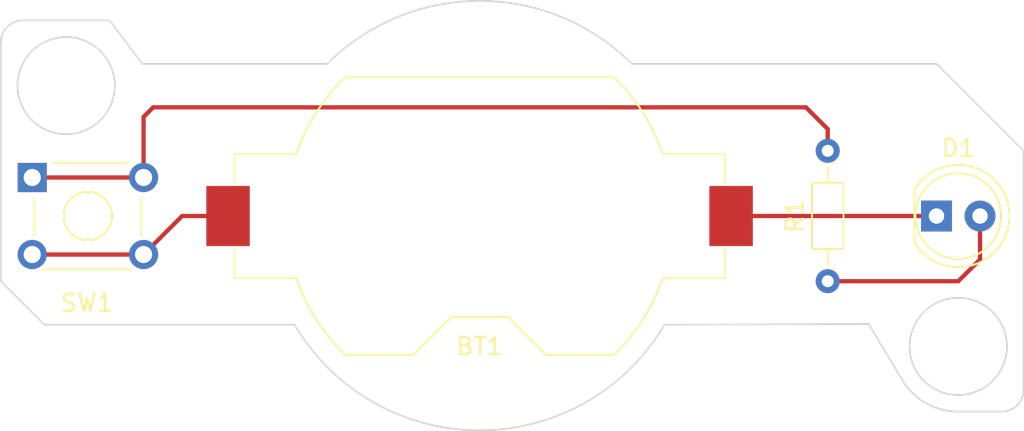
<source format=kicad_pcb>
(kicad_pcb (version 20211014) (generator pcbnew)
  (title_block (title "LED"))
  (layers (0 "F.Cu" signal) (31 "B.Cu" signal) (34 "B.Paste" user) (35 "F.Paste" user) (36 "B.SilkS" user "B.Silkscreen") (37 "F.SilkS" user "F.Silkscreen") (38 "B.Mask" user) (39 "F.Mask" user) (44 "Edge.Cuts" user))
  (net 0 "")
  (net 1 "Net-(BT1-Pad1)")
  (net 2 "Net-(BT1-Pad2)")
  (net 3 "Net-(D1-Pad2)")
  (net 4 "Net-(R1-Pad2)")
  (footprint "Battery:BatteryHolder_Keystone_1058_1x2032" (layer "F.Cu") (at 153.67 74.93)
    (fp_text reference "BT1" (at 0 7.62) (layer "F.SilkS"))
    (fp_text value "Battery")
    (fp_line (start 7.8473 8.11) (end 3.86 8.11) (layer "F.SilkS") (width 0.12))
    (fp_line (start 14.31 1.9) (end 14.31 3.61) (layer "F.SilkS") (width 0.12))
    (fp_line (start -3.86 8.11) (end -7.8473 8.11) (layer "F.SilkS") (width 0.12))
    (fp_line (start 14.31 3.61) (end 10.692 3.61) (layer "F.SilkS") (width 0.12))
    (fp_line (start -1.66 5.91) (end -3.86 8.11) (layer "F.SilkS") (width 0.12))
    (fp_line (start -14.31 -3.61) (end -10.692 -3.61) (layer "F.SilkS") (width 0.12))
    (fp_line (start 1.66 5.91) (end -1.66 5.91) (layer "F.SilkS") (width 0.12))
    (fp_line (start -10.692 3.61) (end -14.31 3.61) (layer "F.SilkS") (width 0.12))
    (fp_line (start 14.31 -1.9) (end 14.31 -3.61) (layer "F.SilkS") (width 0.12))
    (fp_line (start 1.66 5.91) (end 3.86 8.11) (layer "F.SilkS") (width 0.12))
    (fp_line (start -7.8473 -8.11) (end 7.8473 -8.11) (layer "F.SilkS") (width 0.12))
    (fp_line (start -14.31 -1.9) (end -14.31 -3.61) (layer "F.SilkS") (width 0.12))
    (fp_line (start -14.31 1.9) (end -14.31 3.61) (layer "F.SilkS") (width 0.12))
    (fp_line (start 10.692 -3.61) (end 14.31 -3.61) (layer "F.SilkS") (width 0.12))
    (fp_arc (start 10.692 3.61) (mid 9.538084 6.031244) (end 7.845371 8.111789) (layer "F.SilkS") (width 0.12))
    (fp_arc (start -10.692 -3.61) (mid -9.538084 -6.031244) (end -7.845371 -8.111789) (layer "F.SilkS") (width 0.12))
    (fp_arc (start -7.845371 8.111789) (mid -9.538085 6.031244) (end -10.692 3.61) (layer "F.SilkS") (width 0.12))
    (fp_arc (start 7.845371 -8.111789) (mid 9.538085 -6.031244) (end 10.692 -3.61) (layer "F.SilkS") (width 0.12))
    (pad "1" smd rect (at -14.68 0) (size 2.54 3.51) (layers "F.Cu" "F.Paste" "F.Mask") (net 1 "Net-(BT1-Pad1)"))
    (pad "2" smd rect (at 14.68 0) (size 2.54 3.51) (layers "F.Cu" "F.Paste" "F.Mask") (net 2 "Net-(BT1-Pad2)"))
  )
  (footprint "Resistor_THT:R_Axial_DIN0204_L3.6mm_D1.6mm_P7.62mm_Horizontal" (layer "F.Cu") (at 173.99 78.74 90)
    (fp_text reference "R1" (at 3.81 -1.92 90) (layer "F.SilkS"))
    (fp_text value "R")
    (fp_line (start 1.89 0.92) (end 5.73 0.92) (layer "F.SilkS") (width 0.12))
    (fp_line (start 5.73 0.92) (end 5.73 -0.92) (layer "F.SilkS") (width 0.12))
    (fp_line (start 0.94 0) (end 1.89 0) (layer "F.SilkS") (width 0.12))
    (fp_line (start 1.89 -0.92) (end 1.89 0.92) (layer "F.SilkS") (width 0.12))
    (fp_line (start 6.68 0) (end 5.73 0) (layer "F.SilkS") (width 0.12))
    (fp_line (start 5.73 -0.92) (end 1.89 -0.92) (layer "F.SilkS") (width 0.12))
    (pad "1" thru_hole circle (at 0 0 90) (size 1.4 1.4) (drill 0.7) (layers *.Cu *.Mask) (net 3 "Net-(D1-Pad2)"))
    (pad "2" thru_hole oval (at 7.62 0 90) (size 1.4 1.4) (drill 0.7) (layers *.Cu *.Mask) (net 4 "Net-(R1-Pad2)"))
  )
  (footprint "Button_Switch_THT:SW_TH_Tactile_Omron_B3F-10xx" (layer "F.Cu") (at 127.56 72.68)
    (fp_text reference "SW1" (at 3.2 7.33) (layer "F.SilkS"))
    (fp_text value "SW")
    (fp_line (start 6.37 1.2) (end 6.37 3.4) (layer "F.SilkS") (width 0.12))
    (fp_line (start 0.6 5.37) (end 5.8 5.37) (layer "F.SilkS") (width 0.12))
    (fp_line (start 1.2 -0.87) (end 5.6 -0.87) (layer "F.SilkS") (width 0.12))
    (fp_line (start 0.13 3.4) (end 0.13 1.2) (layer "F.SilkS") (width 0.12))
    (fp_circle (center 3.25 2.25) (end 4.25 3.25) (layer "F.SilkS") (width 0.12) (fill none))
    (pad "1" thru_hole circle (at 6.5 0) (size 1.7 1.7) (drill 1) (layers *.Cu *.Mask) (net 4 "Net-(R1-Pad2)"))
    (pad "1" thru_hole rect (at 0 0) (size 1.7 1.7) (drill 1) (layers *.Cu *.Mask) (net 4 "Net-(R1-Pad2)"))
    (pad "2" thru_hole circle (at 0 4.5) (size 1.7 1.7) (drill 1) (layers *.Cu *.Mask) (net 1 "Net-(BT1-Pad1)"))
    (pad "2" thru_hole circle (at 6.5 4.5) (size 1.7 1.7) (drill 1) (layers *.Cu *.Mask) (net 1 "Net-(BT1-Pad1)"))
  )
  (footprint "LED_THT:LED_D5.0mm" (layer "F.Cu") (at 180.34 74.93)
    (fp_text reference "D1" (at 1.27 -3.96) (layer "F.SilkS"))
    (fp_text value "LED")
    (fp_line (start -1.29 -1.545) (end -1.29 1.545) (layer "F.SilkS") (width 0.12))
    (fp_arc (start -1.29 -1.54483) (mid 2.072002 -2.880433) (end 4.26 0.000462) (layer "F.SilkS") (width 0.12))
    (fp_arc (start 4.26 -0.000462) (mid 2.072002 2.880433) (end -1.29 1.54483) (layer "F.SilkS") (width 0.12))
    (fp_circle (center 1.27 0) (end 3.77 0) (layer "F.SilkS") (width 0.12) (fill none))
    (pad "1" thru_hole rect (at 0 0) (size 1.8 1.8) (drill 0.9) (layers *.Cu *.Mask) (net 2 "Net-(BT1-Pad2)"))
    (pad "2" thru_hole circle (at 2.54 0) (size 1.8 1.8) (drill 0.9) (layers *.Cu *.Mask) (net 3 "Net-(D1-Pad2)"))
  )
  (gr_circle (center 181.61 82.55) (end 182.88 80.01) (layer "Edge.Cuts") (width 0.1) (fill none))
  (gr_line (start 164.464999 81.28) (end 176.382724 81.243181) (layer "Edge.Cuts") (width 0.1))
  (gr_line (start 125.73 64.77) (end 125.73 78.74) (layer "Edge.Cuts") (width 0.1))
  (gr_line (start 181.61 86.36) (end 184.15 86.36) (layer "Edge.Cuts") (width 0.1))
  (gr_line (start 133.985 66.04) (end 144.78 66.04) (layer "Edge.Cuts") (width 0.1))
  (gr_arc (start 181.61 86.36) (mid 179.703942 85.849601) (end 178.308 84.455) (layer "Edge.Cuts") (width 0.1))
  (gr_line (start 176.382724 81.243181) (end 178.308 84.455) (layer "Edge.Cuts") (width 0.1))
  (gr_line (start 128.27 81.28) (end 142.875001 81.28) (layer "Edge.Cuts") (width 0.1))
  (gr_line (start 132.08 63.5) (end 133.985 66.04) (layer "Edge.Cuts") (width 0.1))
  (gr_circle (center 129.54 67.31) (end 130.81 64.77) (layer "Edge.Cuts") (width 0.1) (fill none))
  (gr_arc (start 144.78 66.04) (mid 153.67 62.357641) (end 162.56 66.04) (layer "Edge.Cuts") (width 0.1))
  (gr_line (start 180.34 66.04) (end 162.56 66.04) (layer "Edge.Cuts") (width 0.1))
  (gr_line (start 127 63.5) (end 132.08 63.5) (layer "Edge.Cuts") (width 0.1))
  (gr_line (start 185.42 85.09) (end 185.42 71.12) (layer "Edge.Cuts") (width 0.1))
  (gr_line (start 180.34 66.04) (end 185.42 71.12) (layer "Edge.Cuts") (width 0.1))
  (gr_arc (start 125.73 64.77) (mid 126.101974 63.871974) (end 127 63.5) (layer "Edge.Cuts") (width 0.1))
  (gr_arc (start 164.464999 81.28) (mid 153.67 87.454157) (end 142.875001 81.28) (layer "Edge.Cuts") (width 0.1))
  (gr_line (start 125.73 78.74) (end 128.27 81.28) (layer "Edge.Cuts") (width 0.1))
  (gr_arc (start 185.42 85.09) (mid 185.048026 85.988026) (end 184.15 86.36) (layer "Edge.Cuts") (width 0.1))
  (segment (start 136.31 74.93) (end 134.06 77.18) (width 0.25) (layer "F.Cu") (net 1))
  (segment (start 134.06 77.18) (end 127.56 77.18) (width 0.25) (layer "F.Cu") (net 1))
  (segment (start 138.99 74.93) (end 136.31 74.93) (width 0.25) (layer "F.Cu") (net 1))
  (segment (start 168.35 74.93) (end 180.34 74.93) (width 0.25) (layer "F.Cu") (net 2))
  (segment (start 182.88 77.47) (end 182.88 74.93) (width 0.25) (layer "F.Cu") (net 3))
  (segment (start 181.61 78.74) (end 182.88 77.47) (width 0.25) (layer "F.Cu") (net 3))
  (segment (start 173.99 78.74) (end 181.61 78.74) (width 0.25) (layer "F.Cu") (net 3))
  (segment (start 173.99 69.85) (end 173.99 71.12) (width 0.25) (layer "F.Cu") (net 4))
  (segment (start 172.72 68.58) (end 173.99 69.85) (width 0.25) (layer "F.Cu") (net 4))
  (segment (start 134.06 72.68) (end 127.56 72.68) (width 0.25) (layer "F.Cu") (net 4))
  (segment (start 134.06 69.14) (end 134.62 68.58) (width 0.25) (layer "F.Cu") (net 4))
  (segment (start 134.62 68.58) (end 172.72 68.58) (width 0.25) (layer "F.Cu") (net 4))
  (segment (start 134.06 72.68) (end 134.06 69.14) (width 0.25) (layer "F.Cu") (net 4))
)
</source>
